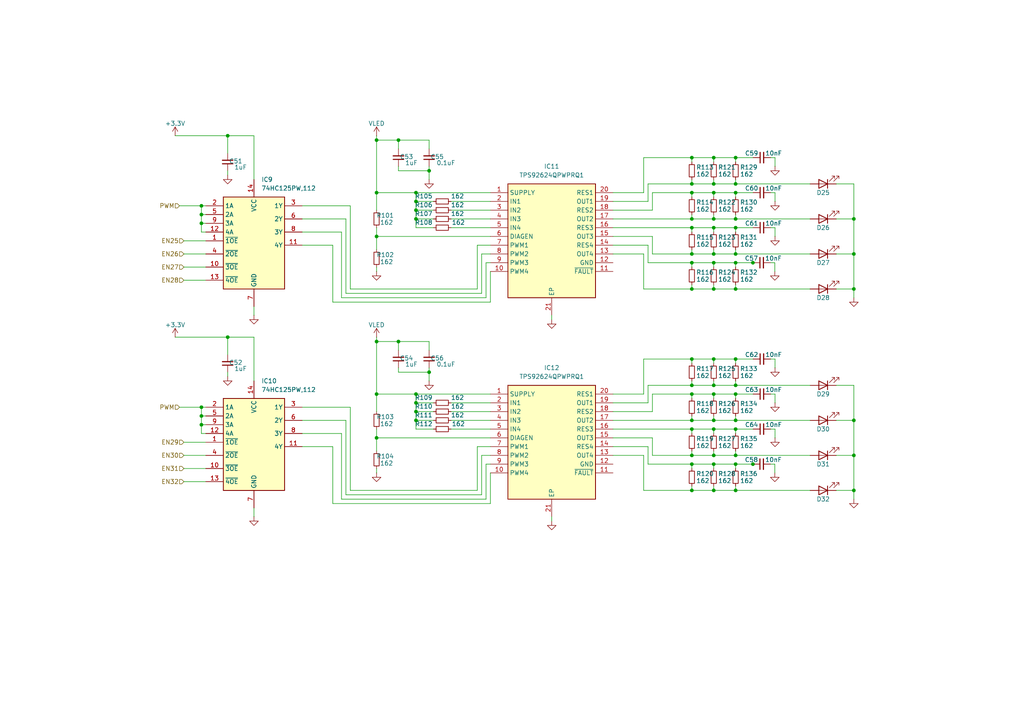
<source format=kicad_sch>
(kicad_sch (version 20250114) (generator "eeschema") (generator_version "9.0")
  (paper "A4")
  (lib_symbols
    (symbol "Device:C_Small" (pin_numbers (hide yes)) (pin_names (offset 0.254) (hide yes))
      (property "Reference" "C" (at 0.254 1.778 0))
      (property "Value" "C_Small" (at 0.254 -2.032 0))
      (symbol "C_Small_0_1"
        (polyline (pts (xy -1.524 0.508) (xy 1.524 0.508)) (stroke (width 0.3048)))
        (polyline (pts (xy -1.524 -0.508) (xy 1.524 -0.508)) (stroke (width 0.3302)))
      )
      (symbol "C_Small_1_1"
        (pin passive line (at 0 2.54 270) (length 2.032) (name "~") (number "1"))
        (pin passive line (at 0 -2.54 90) (length 2.032) (name "~") (number "2"))
      )
    )
    (symbol "Device:R_Small" (pin_numbers (hide yes)) (pin_names (offset 0.254) (hide yes))
      (property "Reference" "R" (at 0 0 90))
      (property "Value" "R_Small" (at 1.778 0 90))
      (symbol "R_Small_0_1"
        (rectangle (start -0.762 1.778) (end 0.762 -1.778) (stroke (width 0.2032)))
      )
      (symbol "R_Small_1_1"
        (pin passive line (at 0 2.54 270) (length 0.762) (name "~") (number "1"))
        (pin passive line (at 0 -2.54 90) (length 0.762) (name "~") (number "2"))
      )
    )
    (symbol "Library:74HC125PW,112"
      (property "Reference" "IC" (at 24.13 7.62 0))
      (property "Value" "74HC125PW,112" (at 24.13 5.08 0))
      (symbol "74HC125PW,112_1_1"
        (rectangle (start 5.08 2.54) (end 22.86 -24.13) (stroke (width 0.254)) (fill (type background)))
        (pin passive line (at 0 0 0) (length 5.08) (name "1A") (number "2"))
        (pin passive line (at 0 -2.54 0) (length 5.08) (name "2A") (number "5"))
        (pin passive line (at 0 -5.08 0) (length 5.08) (name "3A") (number "9"))
        (pin passive line (at 0 -7.62 0) (length 5.08) (name "4A") (number "12"))
        (pin passive line (at 0 -10.16 0) (length 5.08) (name "~{1OE}") (number "1"))
        (pin passive line (at 0 -13.97 0) (length 5.08) (name "~{2OE}") (number "4"))
        (pin passive line (at 0 -17.78 0) (length 5.08) (name "~{3OE}") (number "10"))
        (pin passive line (at 0 -21.59 0) (length 5.08) (name "~{4OE}") (number "13"))
        (pin passive line (at 13.97 7.62 270) (length 5.08) (name "VCC") (number "14"))
        (pin passive line (at 13.97 -29.21 90) (length 5.08) (name "GND") (number "7"))
        (pin passive line (at 27.94 0 180) (length 5.08) (name "1Y") (number "3"))
        (pin passive line (at 27.94 -3.81 180) (length 5.08) (name "2Y") (number "6"))
        (pin passive line (at 27.94 -7.62 180) (length 5.08) (name "3Y") (number "8"))
        (pin passive line (at 27.94 -11.43 180) (length 5.08) (name "4Y") (number "11"))
      )
    )
    (symbol "Library:LED" (pin_numbers (hide yes)) (pin_names (offset 1.016) (hide yes))
      (property "Reference" "D1" (at -1.5875 6.35 0))
      (property "Value" "LED" (at -1.5875 3.81 0))
      (symbol "LED_0_1"
        (polyline (pts (xy -3.048 -0.762) (xy -4.572 -2.286) (xy -3.81 -2.286) (xy -4.572 -2.286) (xy -4.572 -1.524)))
        (polyline (pts (xy -1.778 -0.762) (xy -3.302 -2.286) (xy -2.54 -2.286) (xy -3.302 -2.286) (xy -3.302 -1.524)))
        (polyline (pts (xy -1.27 0) (xy 1.27 0)))
        (polyline (pts (xy -1.27 -1.27) (xy -1.27 1.27)) (stroke (width 0.254)))
        (polyline (pts (xy 1.27 -1.27) (xy 1.27 1.27) (xy -1.27 0) (xy 1.27 -1.27)) (stroke (width 0.254)))
      )
      (symbol "LED_1_1"
        (pin passive line (at -3.81 0 0) (length 2.54) (name "K") (number "1"))
        (pin passive line (at -3.81 0 0) (length 2.54) (name "K") (number "2"))
        (pin passive line (at 3.81 0 180) (length 2.54) (name "A") (number "3"))
        (pin passive line (at 3.81 0 180) (length 2.54) (name "A") (number "4"))
      )
    )
    (symbol "Library:TPS92624QPWPRQ1"
      (property "Reference" "IC" (at 31.75 7.62 0))
      (property "Value" "TPS92624QPWPRQ1" (at 31.75 5.08 0))
      (symbol "TPS92624QPWPRQ1_1_1"
        (rectangle (start 5.08 2.54) (end 30.48 -30.48) (stroke (width 0.254)) (fill (type background)))
        (pin passive line (at 0 0 0) (length 5.08) (name "SUPPLY") (number "1"))
        (pin passive line (at 0 -2.54 0) (length 5.08) (name "IN1") (number "2"))
        (pin passive line (at 0 -5.08 0) (length 5.08) (name "IN2") (number "3"))
        (pin passive line (at 0 -7.62 0) (length 5.08) (name "IN3") (number "4"))
        (pin passive line (at 0 -10.16 0) (length 5.08) (name "IN4") (number "5"))
        (pin passive line (at 0 -12.7 0) (length 5.08) (name "DIAGEN") (number "6"))
        (pin passive line (at 0 -15.24 0) (length 5.08) (name "PWM1") (number "7"))
        (pin passive line (at 0 -17.78 0) (length 5.08) (name "PWM2") (number "8"))
        (pin passive line (at 0 -20.32 0) (length 5.08) (name "PWM3") (number "9"))
        (pin passive line (at 0 -22.86 0) (length 5.08) (name "PWM4") (number "10"))
        (pin passive line (at 17.78 -35.56 90) (length 5.08) (name "EP") (number "21"))
        (pin passive line (at 35.56 0 180) (length 5.08) (name "RES1") (number "20"))
        (pin passive line (at 35.56 -2.54 180) (length 5.08) (name "OUT1") (number "19"))
        (pin passive line (at 35.56 -5.08 180) (length 5.08) (name "RES2") (number "18"))
        (pin passive line (at 35.56 -7.62 180) (length 5.08) (name "OUT2") (number "17"))
        (pin passive line (at 35.56 -10.16 180) (length 5.08) (name "RES3") (number "16"))
        (pin passive line (at 35.56 -12.7 180) (length 5.08) (name "OUT3") (number "15"))
        (pin passive line (at 35.56 -15.24 180) (length 5.08) (name "RES4") (number "14"))
        (pin passive line (at 35.56 -17.78 180) (length 5.08) (name "OUT4") (number "13"))
        (pin passive line (at 35.56 -20.32 180) (length 5.08) (name "GND") (number "12"))
        (pin passive line (at 35.56 -22.86 180) (length 5.08) (name "~{FAULT}") (number "11"))
      )
    )
    (symbol "power:+3.3V" (power) (pin_numbers (hide yes)) (pin_names (offset 0) (hide yes))
      (property "Value" "+3.3V" (at 0 3.556 0))
      (symbol "+3.3V_0_1"
        (polyline (pts (xy -0.762 1.27) (xy 0 2.54)))
        (polyline (pts (xy 0 2.54) (xy 0.762 1.27)))
        (polyline (pts (xy 0 0) (xy 0 2.54)))
      )
      (symbol "+3.3V_1_1"
        (pin power_in line (at 0 0 90) (length 0) (name "~") (number "1"))
      )
    )
    (symbol "power:GND" (power) (pin_numbers (hide yes)) (pin_names (offset 0) (hide yes))
      (property "Value" "GND" (at 0 -3.81 0))
      (symbol "GND_0_1"
        (polyline (pts (xy 0 0) (xy 0 -1.27) (xy 1.27 -1.27) (xy 0 -2.54) (xy -1.27 -1.27) (xy 0 -1.27)))
      )
      (symbol "GND_1_1"
        (pin power_in line (at 0 0 270) (length 0) (name "~") (number "1"))
      )
    )
  )
  (junction (at 207.01 132.08))
  (junction (at 213.36 142.24))
  (junction (at 120.65 119.38))
  (junction (at 200.66 63.5))
  (junction (at 207.01 45.72))
  (junction (at 207.01 66.04))
  (junction (at 109.22 55.88))
  (junction (at 58.42 64.77))
  (junction (at 207.01 55.88))
  (junction (at 207.01 83.82))
  (junction (at 207.01 53.34))
  (junction (at 109.22 99.06))
  (junction (at 213.36 114.3))
  (junction (at 58.42 59.69))
  (junction (at 213.36 76.2))
  (junction (at 207.01 134.62))
  (junction (at 200.66 142.24))
  (junction (at 247.65 142.24))
  (junction (at 247.65 132.08))
  (junction (at 200.66 83.82))
  (junction (at 58.42 123.19))
  (junction (at 124.46 107.95))
  (junction (at 207.01 114.3))
  (junction (at 207.01 121.92))
  (junction (at 58.42 118.11))
  (junction (at 213.36 73.66))
  (junction (at 58.42 120.65))
  (junction (at 207.01 73.66))
  (junction (at 200.66 104.14))
  (junction (at 213.36 104.14))
  (junction (at 247.65 83.82))
  (junction (at 124.46 49.53))
  (junction (at 120.65 116.84))
  (junction (at 200.66 132.08))
  (junction (at 120.65 60.96))
  (junction (at 200.66 76.2))
  (junction (at 66.04 97.79))
  (junction (at 200.66 124.46))
  (junction (at 247.65 63.5))
  (junction (at 200.66 111.76))
  (junction (at 58.42 62.23))
  (junction (at 213.36 132.08))
  (junction (at 213.36 83.82))
  (junction (at 247.65 121.92))
  (junction (at 109.22 68.58))
  (junction (at 120.65 63.5))
  (junction (at 115.57 99.06))
  (junction (at 218.3774 76.2))
  (junction (at 120.65 58.42))
  (junction (at 213.36 45.72))
  (junction (at 200.66 114.3))
  (junction (at 207.01 63.5))
  (junction (at 247.65 73.66))
  (junction (at 66.04 39.37))
  (junction (at 200.66 45.72))
  (junction (at 120.65 114.3))
  (junction (at 207.01 76.2))
  (junction (at 109.22 40.64))
  (junction (at 207.01 111.76))
  (junction (at 109.22 114.3))
  (junction (at 200.66 121.92))
  (junction (at 120.65 121.92))
  (junction (at 207.01 142.24))
  (junction (at 200.66 66.04))
  (junction (at 200.66 55.88))
  (junction (at 207.01 104.14))
  (junction (at 207.01 124.46))
  (junction (at 218.3774 134.62))
  (junction (at 213.36 63.5))
  (junction (at 213.36 66.04))
  (junction (at 200.66 53.34))
  (junction (at 200.66 134.62))
  (junction (at 109.22 127))
  (junction (at 213.36 121.92))
  (junction (at 200.66 73.66))
  (junction (at 213.36 134.62))
  (junction (at 213.36 55.88))
  (junction (at 115.57 40.64))
  (junction (at 213.36 111.76))
  (junction (at 120.65 55.88))
  (junction (at 213.36 124.46))
  (junction (at 213.36 53.34))
  (wire (pts (xy 125.73 119.38) (xy 120.65 119.38)))
  (wire (pts (xy 200.66 76.2) (xy 207.01 76.2)))
  (wire (pts (xy 187.96 111.76) (xy 200.66 111.76)))
  (wire (pts (xy 200.66 45.72) (xy 207.01 45.72)))
  (wire (pts (xy 213.36 124.46) (xy 213.36 125.73)))
  (wire (pts (xy 177.8 71.12) (xy 187.96 71.12)))
  (wire (pts (xy 247.65 111.76) (xy 247.65 121.92)))
  (wire (pts (xy 213.36 111.76) (xy 234.95 111.76)))
  (wire (pts (xy 120.65 121.92) (xy 120.65 124.46)))
  (wire (pts (xy 213.36 66.04) (xy 213.36 67.31)))
  (wire (pts (xy 200.66 114.3) (xy 207.01 114.3)))
  (wire (pts (xy 138.43 83.82) (xy 138.43 71.12)))
  (wire (pts (xy 115.57 99.06) (xy 124.46 99.06)))
  (wire (pts (xy 177.8 58.42) (xy 187.96 58.42)))
  (wire (pts (xy 130.81 124.46) (xy 142.24 124.46)))
  (wire (pts (xy 100.33 143.51) (xy 139.7 143.51)))
  (wire (pts (xy 213.36 83.82) (xy 213.36 82.55)))
  (wire (pts (xy 177.8 124.46) (xy 200.66 124.46)))
  (wire (pts (xy 120.65 58.42) (xy 120.65 60.96)))
  (wire (pts (xy 207.01 63.5) (xy 207.01 62.23)))
  (wire (pts (xy 109.22 68.58) (xy 142.24 68.58)))
  (wire (pts (xy 53.34 73.66) (xy 59.69 73.66)))
  (wire (pts (xy 207.01 104.14) (xy 207.01 105.41)))
  (wire (pts (xy 58.42 125.73) (xy 58.42 123.19)))
  (wire (pts (xy 213.36 55.88) (xy 213.36 57.15)))
  (wire (pts (xy 177.8 60.96) (xy 189.23 60.96)))
  (wire (pts (xy 96.52 129.54) (xy 96.52 146.05)))
  (wire (pts (xy 207.01 124.46) (xy 213.36 124.46)))
  (wire (pts (xy 247.65 63.5) (xy 247.65 73.66)))
  (wire (pts (xy 247.65 142.24) (xy 242.57 142.24)))
  (wire (pts (xy 58.42 123.19) (xy 59.69 123.19)))
  (wire (pts (xy 207.01 73.66) (xy 213.36 73.66)))
  (wire (pts (xy 207.01 111.76) (xy 213.36 111.76)))
  (wire (pts (xy 58.42 120.65) (xy 58.42 118.11)))
  (wire (pts (xy 142.24 146.05) (xy 142.24 137.16)))
  (wire (pts (xy 120.65 114.3) (xy 142.24 114.3)))
  (wire (pts (xy 200.66 134.62) (xy 200.66 135.89)))
  (wire (pts (xy 247.65 121.92) (xy 247.65 132.08)))
  (wire (pts (xy 160.02 149.86) (xy 160.02 151.13)))
  (wire (pts (xy 213.36 124.46) (xy 218.44 124.46)))
  (wire (pts (xy 177.8 119.38) (xy 189.23 119.38)))
  (wire (pts (xy 120.65 63.5) (xy 120.65 66.04)))
  (wire (pts (xy 218.3774 134.62) (xy 218.44 134.62)))
  (wire (pts (xy 87.63 121.92) (xy 100.33 121.92)))
  (wire (pts (xy 120.65 55.88) (xy 142.24 55.88)))
  (wire (pts (xy 66.04 97.79) (xy 73.66 97.79)))
  (wire (pts (xy 200.66 73.66) (xy 207.01 73.66)))
  (wire (pts (xy 213.36 132.08) (xy 213.36 130.81)))
  (wire (pts (xy 242.57 132.08) (xy 247.65 132.08)))
  (wire (pts (xy 189.23 119.38) (xy 189.23 114.3)))
  (wire (pts (xy 247.65 83.82) (xy 242.57 83.82)))
  (wire (pts (xy 138.43 129.54) (xy 142.24 129.54)))
  (wire (pts (xy 99.06 86.36) (xy 99.06 67.31)))
  (wire (pts (xy 58.42 62.23) (xy 59.69 62.23)))
  (wire (pts (xy 109.22 114.3) (xy 109.22 119.38)))
  (wire (pts (xy 109.22 114.3) (xy 120.65 114.3)))
  (wire (pts (xy 96.52 146.05) (xy 142.24 146.05)))
  (wire (pts (xy 115.57 40.64) (xy 115.57 43.18)))
  (wire (pts (xy 53.34 135.89) (xy 59.69 135.89)))
  (wire (pts (xy 66.04 39.37) (xy 73.66 39.37)))
  (wire (pts (xy 207.01 114.3) (xy 207.01 115.57)))
  (wire (pts (xy 142.24 87.63) (xy 142.24 78.74)))
  (wire (pts (xy 125.73 60.96) (xy 120.65 60.96)))
  (wire (pts (xy 247.65 83.82) (xy 247.65 86.36)))
  (wire (pts (xy 186.69 83.82) (xy 200.66 83.82)))
  (wire (pts (xy 53.34 132.08) (xy 59.69 132.08)))
  (wire (pts (xy 130.81 63.5) (xy 142.24 63.5)))
  (wire (pts (xy 177.8 121.92) (xy 200.66 121.92)))
  (wire (pts (xy 207.01 66.04) (xy 213.36 66.04)))
  (wire (pts (xy 177.8 114.3) (xy 186.69 114.3)))
  (wire (pts (xy 213.36 111.76) (xy 213.36 110.49)))
  (wire (pts (xy 177.8 66.04) (xy 200.66 66.04)))
  (wire (pts (xy 125.73 124.46) (xy 120.65 124.46)))
  (wire (pts (xy 200.66 63.5) (xy 200.66 62.23)))
  (wire (pts (xy 101.6 118.11) (xy 101.6 142.24)))
  (wire (pts (xy 96.52 71.12) (xy 96.52 87.63)))
  (wire (pts (xy 213.36 45.72) (xy 213.36 46.99)))
  (wire (pts (xy 200.66 66.04) (xy 200.66 67.31)))
  (wire (pts (xy 109.22 127) (xy 109.22 124.46)))
  (wire (pts (xy 242.57 111.76) (xy 247.65 111.76)))
  (wire (pts (xy 120.65 116.84) (xy 125.73 116.84)))
  (wire (pts (xy 200.66 132.08) (xy 207.01 132.08)))
  (wire (pts (xy 207.01 134.62) (xy 207.01 135.89)))
  (wire (pts (xy 101.6 142.24) (xy 138.43 142.24)))
  (wire (pts (xy 224.79 48.26) (xy 224.79 45.72)))
  (wire (pts (xy 186.69 73.66) (xy 186.69 83.82)))
  (wire (pts (xy 224.79 66.04) (xy 223.52 66.04)))
  (wire (pts (xy 87.63 129.54) (xy 96.52 129.54)))
  (wire (pts (xy 100.33 85.09) (xy 139.7 85.09)))
  (wire (pts (xy 120.65 58.42) (xy 120.65 55.88)))
  (wire (pts (xy 177.8 127) (xy 189.23 127)))
  (wire (pts (xy 200.66 104.14) (xy 200.66 105.41)))
  (wire (pts (xy 207.01 121.92) (xy 213.36 121.92)))
  (wire (pts (xy 200.66 114.3) (xy 200.66 115.57)))
  (wire (pts (xy 130.81 58.42) (xy 142.24 58.42)))
  (wire (pts (xy 130.81 121.92) (xy 142.24 121.92)))
  (wire (pts (xy 187.96 53.34) (xy 200.66 53.34)))
  (wire (pts (xy 189.23 55.88) (xy 200.66 55.88)))
  (wire (pts (xy 53.34 81.28) (xy 59.69 81.28)))
  (wire (pts (xy 99.06 144.78) (xy 99.06 125.73)))
  (wire (pts (xy 213.36 142.24) (xy 234.95 142.24)))
  (wire (pts (xy 52.07 59.69) (xy 58.42 59.69)))
  (wire (pts (xy 139.7 85.09) (xy 139.7 73.66)))
  (wire (pts (xy 58.42 64.77) (xy 58.42 62.23)))
  (wire (pts (xy 99.06 125.73) (xy 87.63 125.73)))
  (wire (pts (xy 207.01 45.72) (xy 213.36 45.72)))
  (wire (pts (xy 109.22 55.88) (xy 120.65 55.88)))
  (wire (pts (xy 120.65 119.38) (xy 120.65 121.92)))
  (wire (pts (xy 109.22 40.64) (xy 109.22 55.88)))
  (wire (pts (xy 186.69 104.14) (xy 200.66 104.14)))
  (wire (pts (xy 109.22 99.06) (xy 115.57 99.06)))
  (wire (pts (xy 115.57 48.26) (xy 115.57 49.53)))
  (wire (pts (xy 139.7 73.66) (xy 142.24 73.66)))
  (wire (pts (xy 177.8 116.84) (xy 187.96 116.84)))
  (wire (pts (xy 200.66 83.82) (xy 200.66 82.55)))
  (wire (pts (xy 109.22 130.81) (xy 109.22 127)))
  (wire (pts (xy 124.46 49.53) (xy 124.46 48.26)))
  (wire (pts (xy 109.22 97.79) (xy 109.22 99.06)))
  (wire (pts (xy 73.66 52.07) (xy 73.66 39.37)))
  (wire (pts (xy 125.73 66.04) (xy 120.65 66.04)))
  (wire (pts (xy 242.57 73.66) (xy 247.65 73.66)))
  (wire (pts (xy 139.7 132.08) (xy 142.24 132.08)))
  (wire (pts (xy 200.66 134.62) (xy 207.01 134.62)))
  (wire (pts (xy 186.69 132.08) (xy 186.69 142.24)))
  (wire (pts (xy 142.24 76.2) (xy 140.97 76.2)))
  (wire (pts (xy 200.66 45.72) (xy 200.66 46.99)))
  (wire (pts (xy 115.57 49.53) (xy 124.46 49.53)))
  (wire (pts (xy 177.8 63.5) (xy 200.66 63.5)))
  (wire (pts (xy 120.65 116.84) (xy 120.65 114.3)))
  (wire (pts (xy 53.34 77.47) (xy 59.69 77.47)))
  (wire (pts (xy 189.23 73.66) (xy 200.66 73.66)))
  (wire (pts (xy 207.01 55.88) (xy 207.01 57.15)))
  (wire (pts (xy 186.69 142.24) (xy 200.66 142.24)))
  (wire (pts (xy 213.36 83.82) (xy 234.95 83.82)))
  (wire (pts (xy 189.23 68.58) (xy 189.23 73.66)))
  (wire (pts (xy 138.43 71.12) (xy 142.24 71.12)))
  (wire (pts (xy 109.22 55.88) (xy 109.22 60.96)))
  (wire (pts (xy 213.36 134.62) (xy 218.3774 134.62)))
  (wire (pts (xy 115.57 40.64) (xy 124.46 40.64)))
  (wire (pts (xy 207.01 134.62) (xy 213.36 134.62)))
  (wire (pts (xy 247.65 73.66) (xy 247.65 83.82)))
  (wire (pts (xy 224.7274 134.62) (xy 223.4574 134.62)))
  (wire (pts (xy 213.36 104.14) (xy 218.44 104.14)))
  (wire (pts (xy 186.69 45.72) (xy 200.66 45.72)))
  (wire (pts (xy 96.52 87.63) (xy 142.24 87.63)))
  (wire (pts (xy 187.96 129.54) (xy 187.96 134.62)))
  (wire (pts (xy 124.46 99.06) (xy 124.46 101.6)))
  (wire (pts (xy 213.36 114.3) (xy 213.36 115.57)))
  (wire (pts (xy 53.34 139.7) (xy 59.69 139.7)))
  (wire (pts (xy 207.01 53.34) (xy 213.36 53.34)))
  (wire (pts (xy 213.36 53.34) (xy 213.36 52.07)))
  (wire (pts (xy 87.63 118.11) (xy 101.6 118.11)))
  (wire (pts (xy 177.8 129.54) (xy 187.96 129.54)))
  (wire (pts (xy 200.66 55.88) (xy 200.66 57.15)))
  (wire (pts (xy 140.97 134.62) (xy 140.97 144.78)))
  (wire (pts (xy 189.23 132.08) (xy 200.66 132.08)))
  (wire (pts (xy 200.66 76.2) (xy 200.66 77.47)))
  (wire (pts (xy 101.6 83.82) (xy 138.43 83.82)))
  (wire (pts (xy 115.57 106.68) (xy 115.57 107.95)))
  (wire (pts (xy 207.01 142.24) (xy 213.36 142.24)))
  (wire (pts (xy 130.81 116.84) (xy 142.24 116.84)))
  (wire (pts (xy 200.66 142.24) (xy 207.01 142.24)))
  (wire (pts (xy 58.42 64.77) (xy 59.69 64.77)))
  (wire (pts (xy 200.66 104.14) (xy 207.01 104.14)))
  (wire (pts (xy 224.7274 78.74) (xy 224.7274 76.2)))
  (wire (pts (xy 187.96 71.12) (xy 187.96 76.2)))
  (wire (pts (xy 140.97 144.78) (xy 99.06 144.78)))
  (wire (pts (xy 87.63 71.12) (xy 96.52 71.12)))
  (wire (pts (xy 101.6 59.69) (xy 101.6 83.82)))
  (wire (pts (xy 213.36 45.72) (xy 218.44 45.72)))
  (wire (pts (xy 109.22 39.37) (xy 109.22 40.64)))
  (wire (pts (xy 207.01 114.3) (xy 213.36 114.3)))
  (wire (pts (xy 177.8 73.66) (xy 186.69 73.66)))
  (wire (pts (xy 109.22 77.47) (xy 109.22 78.74)))
  (wire (pts (xy 87.63 63.5) (xy 100.33 63.5)))
  (wire (pts (xy 124.46 107.95) (xy 124.46 106.68)))
  (wire (pts (xy 187.96 76.2) (xy 200.66 76.2)))
  (wire (pts (xy 224.79 106.68) (xy 224.79 104.14)))
  (wire (pts (xy 224.79 55.88) (xy 223.52 55.88)))
  (wire (pts (xy 213.36 53.34) (xy 234.95 53.34)))
  (wire (pts (xy 189.23 114.3) (xy 200.66 114.3)))
  (wire (pts (xy 207.01 66.04) (xy 207.01 67.31)))
  (wire (pts (xy 200.66 111.76) (xy 200.66 110.49)))
  (wire (pts (xy 207.01 83.82) (xy 207.01 82.55)))
  (wire (pts (xy 177.8 132.08) (xy 186.69 132.08)))
  (wire (pts (xy 224.79 45.72) (xy 223.52 45.72)))
  (wire (pts (xy 213.36 73.66) (xy 234.95 73.66)))
  (wire (pts (xy 109.22 127) (xy 142.24 127)))
  (wire (pts (xy 207.01 124.46) (xy 207.01 125.73)))
  (wire (pts (xy 115.57 107.95) (xy 124.46 107.95)))
  (wire (pts (xy 242.57 121.92) (xy 247.65 121.92)))
  (wire (pts (xy 247.65 53.34) (xy 247.65 63.5)))
  (wire (pts (xy 213.36 121.92) (xy 213.36 120.65)))
  (wire (pts (xy 73.66 110.49) (xy 73.66 97.79)))
  (wire (pts (xy 187.96 58.42) (xy 187.96 53.34)))
  (wire (pts (xy 200.66 83.82) (xy 207.01 83.82)))
  (wire (pts (xy 224.7274 76.2) (xy 223.4574 76.2)))
  (wire (pts (xy 207.01 73.66) (xy 207.01 72.39)))
  (wire (pts (xy 139.7 143.51) (xy 139.7 132.08)))
  (wire (pts (xy 58.42 67.31) (xy 58.42 64.77)))
  (wire (pts (xy 187.96 116.84) (xy 187.96 111.76)))
  (wire (pts (xy 200.66 53.34) (xy 200.66 52.07)))
  (wire (pts (xy 130.81 119.38) (xy 142.24 119.38)))
  (wire (pts (xy 200.66 132.08) (xy 200.66 130.81)))
  (wire (pts (xy 207.01 104.14) (xy 213.36 104.14)))
  (wire (pts (xy 66.04 107.95) (xy 66.04 109.22)))
  (wire (pts (xy 213.36 66.04) (xy 218.44 66.04)))
  (wire (pts (xy 207.01 63.5) (xy 213.36 63.5)))
  (wire (pts (xy 53.34 128.27) (xy 59.69 128.27)))
  (wire (pts (xy 224.79 127) (xy 224.79 124.46)))
  (wire (pts (xy 73.66 88.9) (xy 73.66 91.44)))
  (wire (pts (xy 207.01 111.76) (xy 207.01 110.49)))
  (wire (pts (xy 125.73 121.92) (xy 120.65 121.92)))
  (wire (pts (xy 58.42 62.23) (xy 58.42 59.69)))
  (wire (pts (xy 138.43 142.24) (xy 138.43 129.54)))
  (wire (pts (xy 200.66 73.66) (xy 200.66 72.39)))
  (wire (pts (xy 207.01 53.34) (xy 207.01 52.07)))
  (wire (pts (xy 50.8 97.79) (xy 66.04 97.79)))
  (wire (pts (xy 58.42 120.65) (xy 59.69 120.65)))
  (wire (pts (xy 73.66 147.32) (xy 73.66 149.86)))
  (wire (pts (xy 200.66 53.34) (xy 207.01 53.34)))
  (wire (pts (xy 186.69 114.3) (xy 186.69 104.14)))
  (wire (pts (xy 224.79 104.14) (xy 223.52 104.14)))
  (wire (pts (xy 207.01 76.2) (xy 213.36 76.2)))
  (wire (pts (xy 224.79 68.58) (xy 224.79 66.04)))
  (wire (pts (xy 200.66 121.92) (xy 200.66 120.65)))
  (wire (pts (xy 207.01 142.24) (xy 207.01 140.97)))
  (wire (pts (xy 140.97 76.2) (xy 140.97 86.36)))
  (wire (pts (xy 100.33 121.92) (xy 100.33 143.51)))
  (wire (pts (xy 52.07 118.11) (xy 58.42 118.11)))
  (wire (pts (xy 125.73 63.5) (xy 120.65 63.5)))
  (wire (pts (xy 224.79 58.42) (xy 224.79 55.88)))
  (wire (pts (xy 115.57 99.06) (xy 115.57 101.6)))
  (wire (pts (xy 247.65 132.08) (xy 247.65 142.24)))
  (wire (pts (xy 207.01 45.72) (xy 207.01 46.99)))
  (wire (pts (xy 66.04 49.53) (xy 66.04 50.8)))
  (wire (pts (xy 109.22 40.64) (xy 115.57 40.64)))
  (wire (pts (xy 224.7274 137.16) (xy 224.7274 134.62)))
  (wire (pts (xy 213.36 114.3) (xy 218.44 114.3)))
  (wire (pts (xy 66.04 97.79) (xy 66.04 102.87)))
  (wire (pts (xy 200.66 142.24) (xy 200.66 140.97)))
  (wire (pts (xy 213.36 76.2) (xy 213.36 77.47)))
  (wire (pts (xy 59.69 67.31) (xy 58.42 67.31)))
  (wire (pts (xy 58.42 118.11) (xy 59.69 118.11)))
  (wire (pts (xy 200.66 63.5) (xy 207.01 63.5)))
  (wire (pts (xy 177.8 68.58) (xy 189.23 68.58)))
  (wire (pts (xy 189.23 127) (xy 189.23 132.08)))
  (wire (pts (xy 200.66 121.92) (xy 207.01 121.92)))
  (wire (pts (xy 130.81 66.04) (xy 142.24 66.04)))
  (wire (pts (xy 247.65 142.24) (xy 247.65 144.78)))
  (wire (pts (xy 207.01 55.88) (xy 213.36 55.88)))
  (wire (pts (xy 200.66 111.76) (xy 207.01 111.76)))
  (wire (pts (xy 160.02 91.44) (xy 160.02 92.71)))
  (wire (pts (xy 213.36 63.5) (xy 213.36 62.23)))
  (wire (pts (xy 66.04 39.37) (xy 66.04 44.45)))
  (wire (pts (xy 207.01 76.2) (xy 207.01 77.47)))
  (wire (pts (xy 87.63 59.69) (xy 101.6 59.69)))
  (wire (pts (xy 200.66 55.88) (xy 207.01 55.88)))
  (wire (pts (xy 218.3774 76.2) (xy 218.44 76.2)))
  (wire (pts (xy 50.8 39.37) (xy 66.04 39.37)))
  (wire (pts (xy 58.42 123.19) (xy 58.42 120.65)))
  (wire (pts (xy 200.66 124.46) (xy 200.66 125.73)))
  (wire (pts (xy 213.36 104.14) (xy 213.36 105.41)))
  (wire (pts (xy 59.69 125.73) (xy 58.42 125.73)))
  (wire (pts (xy 99.06 67.31) (xy 87.63 67.31)))
  (wire (pts (xy 124.46 107.95) (xy 124.46 110.49)))
  (wire (pts (xy 130.81 60.96) (xy 142.24 60.96)))
  (wire (pts (xy 120.65 116.84) (xy 120.65 119.38)))
  (wire (pts (xy 120.65 58.42) (xy 125.73 58.42)))
  (wire (pts (xy 120.65 60.96) (xy 120.65 63.5)))
  (wire (pts (xy 53.34 69.85) (xy 59.69 69.85)))
  (wire (pts (xy 224.79 116.84) (xy 224.79 114.3)))
  (wire (pts (xy 200.66 124.46) (xy 207.01 124.46)))
  (wire (pts (xy 213.36 73.66) (xy 213.36 72.39)))
  (wire (pts (xy 207.01 121.92) (xy 207.01 120.65)))
  (wire (pts (xy 213.36 134.62) (xy 213.36 135.89)))
  (wire (pts (xy 213.36 132.08) (xy 234.95 132.08)))
  (wire (pts (xy 242.57 53.34) (xy 247.65 53.34)))
  (wire (pts (xy 213.36 55.88) (xy 218.44 55.88)))
  (wire (pts (xy 142.24 134.62) (xy 140.97 134.62)))
  (wire (pts (xy 224.79 124.46) (xy 223.52 124.46)))
  (wire (pts (xy 207.01 132.08) (xy 213.36 132.08)))
  (wire (pts (xy 109.22 68.58) (xy 109.22 66.04)))
  (wire (pts (xy 177.8 55.88) (xy 186.69 55.88)))
  (wire (pts (xy 109.22 135.89) (xy 109.22 137.16)))
  (wire (pts (xy 213.36 142.24) (xy 213.36 140.97)))
  (wire (pts (xy 189.23 60.96) (xy 189.23 55.88)))
  (wire (pts (xy 58.42 59.69) (xy 59.69 59.69)))
  (wire (pts (xy 186.69 55.88) (xy 186.69 45.72)))
  (wire (pts (xy 242.57 63.5) (xy 247.65 63.5)))
  (wire (pts (xy 109.22 72.39) (xy 109.22 68.58)))
  (wire (pts (xy 224.79 114.3) (xy 223.52 114.3)))
  (wire (pts (xy 100.33 63.5) (xy 100.33 85.09)))
  (wire (pts (xy 109.22 99.06) (xy 109.22 114.3)))
  (wire (pts (xy 213.36 63.5) (xy 234.95 63.5)))
  (wire (pts (xy 124.46 49.53) (xy 124.46 52.07)))
  (wire (pts (xy 207.01 83.82) (xy 213.36 83.82)))
  (wire (pts (xy 213.36 76.2) (xy 218.3774 76.2)))
  (wire (pts (xy 207.01 132.08) (xy 207.01 130.81)))
  (wire (pts (xy 187.96 134.62) (xy 200.66 134.62)))
  (wire (pts (xy 140.97 86.36) (xy 99.06 86.36)))
  (wire (pts (xy 213.36 121.92) (xy 234.95 121.92)))
  (wire (pts (xy 124.46 40.64) (xy 124.46 43.18)))
  (wire (pts (xy 200.66 66.04) (xy 207.01 66.04)))
  (hierarchical_label "EN27" (shape input) (at 53.34 77.47 180))
  (hierarchical_label "PWM" (shape input) (at 52.07 59.69 180))
  (hierarchical_label "EN31" (shape input) (at 53.34 135.89 180))
  (hierarchical_label "EN29" (shape input) (at 53.34 128.27 180))
  (hierarchical_label "EN30" (shape input) (at 53.34 132.08 180))
  (hierarchical_label "PWM" (shape input) (at 52.07 118.11 180))
  (hierarchical_label "EN28" (shape input) (at 53.34 81.28 180))
  (hierarchical_label "EN32" (shape input) (at 53.34 139.7 180))
  (hierarchical_label "EN26" (shape input) (at 53.34 73.66 180))
  (hierarchical_label "EN25" (shape input) (at 53.34 69.85 180))
  (symbol (lib_id "Device:R_Small") (at 109.22 121.92 180) (unit 1)
    (property "Reference" "R103" (at 114.3 120.904 0) (effects (justify left)))
    (property "Value" "162" (at 114.046 122.936 0) (effects (justify left)))
    (property "Description" "Resistor, small symbol" (effects (hide yes)))
  )
  (symbol (lib_id "Device:R_Small") (at 200.66 69.85 0) (unit 1)
    (property "Reference" "R115" (at 201.93 68.834 0) (effects (justify left)))
    (property "Value" "162" (at 201.93 70.866 0) (effects (justify left)))
    (property "Description" "Resistor, small symbol" (effects (hide yes)))
  )
  (symbol (lib_id "power:GND") (at 66.04 109.22 0) (unit 1)
    (property "Reference" "#PWR0198" (effects (hide yes)))
    (property "Value" "GND" (effects (hide yes)))
    (property "Description" "Power symbol creates a global label with name \"GND\" , ground" (effects (hide yes)))
  )
  (symbol (lib_id "power:GND") (at 224.79 127 0) (unit 1)
    (property "Reference" "#PWR0204" (effects (hide yes)))
    (property "Value" "GND" (effects (hide yes)))
    (property "Description" "Power symbol creates a global label with name \"GND\" , ground" (effects (hide yes)))
  )
  (symbol (lib_id "power:GND") (at 109.22 137.16 0) (unit 1)
    (property "Reference" "#PWR0194" (effects (hide yes)))
    (property "Value" "GND" (effects (hide yes)))
    (property "Description" "Power symbol creates a global label with name \"GND\" , ground" (effects (hide yes)))
  )
  (symbol (lib_id "Device:R_Small") (at 207.01 138.43 0) (unit 1)
    (property "Reference" "R128" (at 208.28 137.414 0) (effects (justify left)))
    (property "Value" "162" (at 208.28 139.446 0) (effects (justify left)))
    (property "Description" "Resistor, small symbol" (effects (hide yes)))
  )
  (symbol (lib_id "power:+3.3V") (at 50.8 39.37 0) (unit 1)
    (property "Reference" "#PWR0199" (effects (hide yes)))
    (property "Value" "+3.3V" (at 50.8 35.814 0))
    (property "Description" "Power symbol creates a global label with name \"+3.3V\"" (effects (hide yes)))
  )
  (symbol (lib_id "Library:TPS92624QPWPRQ1") (at 142.24 114.3 0) (unit 1)
    (property "Reference" "IC12" (at 160.02 106.68 0))
    (property "Value" "TPS92624QPWPRQ1" (at 160.02 109.22 0))
    (property "Footprint" "Library:SOP65P640X120-21N" (effects (hide yes)))
    (property "Datasheet" "https://www.ti.com/lit/ds/symlink/tps92624-q1.pdf?ts=1694767333380&ref_url=https%253A%252F%252Fwww.ti.com%252Fproduct%252FTPS92624-Q1%252Fpart-details%252FTPS92624QPWPRQ1%253Futm_source%253Dgoogle%2526utm_medium%253Dcpc%2526utm_campaign%253Docb-tistore-pr" (effects (hide yes)))
    (property "Description" "TPS92624-Q1 Four-Channel, Automotive High Side LED Driver with Thermal Sharing Control" (effects (hide yes)))
    (property "Height" "1.2" (effects (hide yes)))
    (property "Manufacturer_Name" "Texas Instruments" (effects (hide yes)))
    (property "Manufacturer_Part_Number" "TPS92624QPWPRQ1" (effects (hide yes)))
    (property "Mouser Part Number" "595-TPS92624QPWPRQ1" (effects (hide yes)))
    (property "Mouser Price/Stock" "https://www.mouser.co.uk/ProductDetail/Texas-Instruments/TPS92624QPWPRQ1?qs=t7xnP681wgUaZydy8rdCYA%3D%3D" (effects (hide yes)))
    (property "Arrow Part Number" "TPS92624QPWPRQ1" (effects (hide yes)))
    (property "Arrow Price/Stock" "https://www.arrow.com/en/products/tps92624qpwprq1/texas-instruments?utm_currency=USD&region=nac" (effects (hide yes)))
  )
  (symbol (lib_id "Device:R_Small") (at 128.27 63.5 90) (unit 1)
    (property "Reference" "R107" (at 125.476 61.976 90) (effects (justify left)))
    (property "Value" "162" (at 134.62 61.976 90) (effects (justify left)))
    (property "Description" "Resistor, small symbol" (effects (hide yes)))
  )
  (symbol (lib_id "Library:74HC125PW,112") (at 59.69 118.11 0) (unit 1)
    (property "Reference" "IC10" (at 75.8033 110.49 0) (effects (justify left)))
    (property "Value" "74HC125PW,112" (at 75.8033 113.03 0) (effects (justify left)))
    (property "Footprint" "Library:SOP65P640X110-14N" (effects (hide yes)))
    (property "Datasheet" "https://assets.nexperia.com/documents/data-sheet/74HC_HCT125.pdf" (effects (hide yes)))
    (property "Description" "74HC(T)125 - Quad buffer/line driver; 3-state@en-us" (effects (hide yes)))
    (property "Height" "1.1" (effects (hide yes)))
    (property "Manufacturer_Name" "Nexperia" (effects (hide yes)))
    (property "Manufacturer_Part_Number" "74HC125PW,112" (effects (hide yes)))
    (property "Mouser Part Number" "771-HC125PW112" (effects (hide yes)))
    (property "Mouser Price/Stock" "https://www.mouser.co.uk/ProductDetail/Nexperia/74HC125PW112?qs=P62ublwmbi%252BZ%2FJLwta676g%3D%3D" (effects (hide yes)))
    (property "Arrow Part Number" "74HC125PW,112" (effects (hide yes)))
    (property "Arrow Price/Stock" "https://www.arrow.com/en/products/74hc125pw112/nexperia?region=europe" (effects (hide yes)))
  )
  (symbol (lib_id "Device:R_Small") (at 109.22 74.93 180) (unit 1)
    (property "Reference" "R102" (at 114.3 73.914 0) (effects (justify left)))
    (property "Value" "162" (at 114.046 75.946 0) (effects (justify left)))
    (property "Description" "Resistor, small symbol" (effects (hide yes)))
  )
  (symbol (lib_id "Library:LED") (at 238.76 121.92 180) (unit 1)
    (property "Reference" "D30" (at 238.76 124.46 0))
    (property "Value" "LED" (effects (hide yes)))
    (property "Footprint" "Library:GWJTLRS1EMLVL5XX531" (effects (hide yes)))
    (property "Description" "Light emitting diode" (effects (hide yes)))
    (property "Sim.Pins" "1=K 2=A" (effects (hide yes)))
  )
  (symbol (lib_id "Library:LED") (at 238.76 83.82 180) (unit 1)
    (property "Reference" "D28" (at 238.76 86.36 0))
    (property "Value" "LED" (effects (hide yes)))
    (property "Footprint" "Library:GWJTLRS1EMLVL5XX531" (effects (hide yes)))
    (property "Description" "Light emitting diode" (effects (hide yes)))
    (property "Sim.Pins" "1=K 2=A" (effects (hide yes)))
  )
  (symbol (lib_id "Device:C_Small") (at 220.98 66.04 90) (unit 1)
    (property "Reference" "C61" (at 219.964 64.77 90) (effects (justify left)))
    (property "Value" "10nF" (at 226.822 64.77 90) (effects (justify left)))
    (property "Description" "Unpolarized capacitor, small symbol" (effects (hide yes)))
  )
  (symbol (lib_id "power:GND") (at 224.79 106.68 0) (unit 1)
    (property "Reference" "#PWR0182" (effects (hide yes)))
    (property "Value" "GND" (effects (hide yes)))
    (property "Description" "Power symbol creates a global label with name \"GND\" , ground" (effects (hide yes)))
  )
  (symbol (lib_id "Device:R_Small") (at 200.66 49.53 0) (unit 1)
    (property "Reference" "R113" (at 201.93 48.514 0) (effects (justify left)))
    (property "Value" "162" (at 201.93 50.546 0) (effects (justify left)))
    (property "Description" "Resistor, small symbol" (effects (hide yes)))
  )
  (symbol (lib_id "Device:C_Small") (at 220.98 114.3 90) (unit 1)
    (property "Reference" "C63" (at 219.964 113.03 90) (effects (justify left)))
    (property "Value" "10nF" (at 226.822 113.03 90) (effects (justify left)))
    (property "Description" "Unpolarized capacitor, small symbol" (effects (hide yes)))
  )
  (symbol (lib_id "power:GND") (at 247.65 86.36 0) (unit 1)
    (property "Reference" "#PWR0205" (effects (hide yes)))
    (property "Value" "GND" (effects (hide yes)))
    (property "Description" "Power symbol creates a global label with name \"GND\" , ground" (effects (hide yes)))
  )
  (symbol (lib_id "Device:C_Small") (at 220.9174 134.62 90) (unit 1)
    (property "Reference" "C58" (at 219.9014 133.35 90) (effects (justify left)))
    (property "Value" "10nF" (at 226.7594 133.35 90) (effects (justify left)))
    (property "Description" "Unpolarized capacitor, small symbol" (effects (hide yes)))
  )
  (symbol (lib_id "Library:LED") (at 238.76 63.5 180) (unit 1)
    (property "Reference" "D26" (at 238.76 66.04 0))
    (property "Value" "LED" (effects (hide yes)))
    (property "Footprint" "Library:GWJTLRS1EMLVL5XX531" (effects (hide yes)))
    (property "Description" "Light emitting diode" (effects (hide yes)))
    (property "Sim.Pins" "1=K 2=A" (effects (hide yes)))
  )
  (symbol (lib_id "power:GND") (at 109.22 78.74 0) (unit 1)
    (property "Reference" "#PWR0191" (effects (hide yes)))
    (property "Value" "GND" (effects (hide yes)))
    (property "Description" "Power symbol creates a global label with name \"GND\" , ground" (effects (hide yes)))
  )
  (symbol (lib_id "Device:R_Small") (at 213.36 69.85 0) (unit 1)
    (property "Reference" "R131" (at 214.63 68.834 0) (effects (justify left)))
    (property "Value" "162" (at 214.63 70.866 0) (effects (justify left)))
    (property "Description" "Resistor, small symbol" (effects (hide yes)))
  )
  (symbol (lib_id "Device:R_Small") (at 128.27 58.42 90) (unit 1)
    (property "Reference" "R105" (at 125.476 56.896 90) (effects (justify left)))
    (property "Value" "162" (at 134.62 56.896 90) (effects (justify left)))
    (property "Description" "Resistor, small symbol" (effects (hide yes)))
  )
  (symbol (lib_id "Device:C_Small") (at 66.04 46.99 180) (unit 1)
    (property "Reference" "C51" (at 70.358 46.736 0) (effects (justify left)))
    (property "Value" "1uF" (at 71.628 48.514 0) (effects (justify left)))
    (property "Description" "Unpolarized capacitor, small symbol" (effects (hide yes)))
  )
  (symbol (lib_id "Device:R_Small") (at 128.27 116.84 90) (unit 1)
    (property "Reference" "R109" (at 125.476 115.316 90) (effects (justify left)))
    (property "Value" "162" (at 134.62 115.316 90) (effects (justify left)))
    (property "Description" "Resistor, small symbol" (effects (hide yes)))
  )
  (symbol (lib_id "power:GND") (at 224.7274 137.16 0) (unit 1)
    (property "Reference" "#PWR0202" (effects (hide yes)))
    (property "Value" "GND" (effects (hide yes)))
    (property "Description" "Power symbol creates a global label with name \"GND\" , ground" (effects (hide yes)))
  )
  (symbol (lib_id "Device:C_Small") (at 220.98 45.72 90) (unit 1)
    (property "Reference" "C59" (at 219.964 44.45 90) (effects (justify left)))
    (property "Value" "10nF" (at 226.822 44.45 90) (effects (justify left)))
    (property "Description" "Unpolarized capacitor, small symbol" (effects (hide yes)))
  )
  (symbol (lib_id "Library:TPS92624QPWPRQ1") (at 142.24 55.88 0) (unit 1)
    (property "Reference" "IC11" (at 160.02 48.26 0))
    (property "Value" "TPS92624QPWPRQ1" (at 160.02 50.8 0))
    (property "Footprint" "Library:SOP65P640X120-21N" (effects (hide yes)))
    (property "Datasheet" "https://www.ti.com/lit/ds/symlink/tps92624-q1.pdf?ts=1694767333380&ref_url=https%253A%252F%252Fwww.ti.com%252Fproduct%252FTPS92624-Q1%252Fpart-details%252FTPS92624QPWPRQ1%253Futm_source%253Dgoogle%2526utm_medium%253Dcpc%2526utm_campaign%253Docb-tistore-pr" (effects (hide yes)))
    (property "Description" "TPS92624-Q1 Four-Channel, Automotive High Side LED Driver with Thermal Sharing Control" (effects (hide yes)))
    (property "Height" "1.2" (effects (hide yes)))
    (property "Manufacturer_Name" "Texas Instruments" (effects (hide yes)))
    (property "Manufacturer_Part_Number" "TPS92624QPWPRQ1" (effects (hide yes)))
    (property "Mouser Part Number" "595-TPS92624QPWPRQ1" (effects (hide yes)))
    (property "Mouser Price/Stock" "https://www.mouser.co.uk/ProductDetail/Texas-Instruments/TPS92624QPWPRQ1?qs=t7xnP681wgUaZydy8rdCYA%3D%3D" (effects (hide yes)))
    (property "Arrow Part Number" "TPS92624QPWPRQ1" (effects (hide yes)))
    (property "Arrow Price/Stock" "https://www.arrow.com/en/products/tps92624qpwprq1/texas-instruments?utm_currency=USD&region=nac" (effects (hide yes)))
  )
  (symbol (lib_id "power:GND") (at 224.79 68.58 0) (unit 1)
    (property "Reference" "#PWR0185" (effects (hide yes)))
    (property "Value" "GND" (effects (hide yes)))
    (property "Description" "Power symbol creates a global label with name \"GND\" , ground" (effects (hide yes)))
  )
  (symbol (lib_id "power:GND") (at 224.79 116.84 0) (unit 1)
    (property "Reference" "#PWR0183" (effects (hide yes)))
    (property "Value" "GND" (effects (hide yes)))
    (property "Description" "Power symbol creates a global label with name \"GND\" , ground" (effects (hide yes)))
  )
  (symbol (lib_id "power:+3.3V") (at 109.22 39.37 0) (unit 1)
    (property "Reference" "#PWR0192" (effects (hide yes)))
    (property "Value" "VLED" (at 109.22 35.814 0))
    (property "Description" "Power symbol creates a global label with name \"+3.3V\"" (effects (hide yes)))
  )
  (symbol (lib_id "Device:R_Small") (at 200.66 107.95 0) (unit 1)
    (property "Reference" "R117" (at 201.93 106.934 0) (effects (justify left)))
    (property "Value" "162" (at 201.93 108.966 0) (effects (justify left)))
    (property "Description" "Resistor, small symbol" (effects (hide yes)))
  )
  (symbol (lib_id "power:GND") (at 73.66 149.86 0) (unit 1)
    (property "Reference" "#PWR0196" (effects (hide yes)))
    (property "Value" "GND" (effects (hide yes)))
    (property "Description" "Power symbol creates a global label with name \"GND\" , ground" (effects (hide yes)))
  )
  (symbol (lib_id "Device:R_Small") (at 213.36 49.53 0) (unit 1)
    (property "Reference" "R129" (at 214.63 48.514 0) (effects (justify left)))
    (property "Value" "162" (at 214.63 50.546 0) (effects (justify left)))
    (property "Description" "Resistor, small symbol" (effects (hide yes)))
  )
  (symbol (lib_id "power:GND") (at 247.65 144.78 0) (unit 1)
    (property "Reference" "#PWR0203" (effects (hide yes)))
    (property "Value" "GND" (effects (hide yes)))
    (property "Description" "Power symbol creates a global label with name \"GND\" , ground" (effects (hide yes)))
  )
  (symbol (lib_id "Device:R_Small") (at 128.27 66.04 90) (unit 1)
    (property "Reference" "R108" (at 125.476 64.516 90) (effects (justify left)))
    (property "Value" "162" (at 134.874 64.516 90) (effects (justify left)))
    (property "Description" "Resistor, small symbol" (effects (hide yes)))
  )
  (symbol (lib_id "power:GND") (at 160.02 92.71 0) (unit 1)
    (property "Reference" "#PWR0189" (effects (hide yes)))
    (property "Value" "GND" (effects (hide yes)))
    (property "Description" "Power symbol creates a global label with name \"GND\" , ground" (effects (hide yes)))
  )
  (symbol (lib_id "Device:R_Small") (at 109.22 133.35 180) (unit 1)
    (property "Reference" "R104" (at 114.3 132.334 0) (effects (justify left)))
    (property "Value" "162" (at 114.046 134.366 0) (effects (justify left)))
    (property "Description" "Resistor, small symbol" (effects (hide yes)))
  )
  (symbol (lib_id "Device:R_Small") (at 200.66 59.69 0) (unit 1)
    (property "Reference" "R114" (at 201.93 58.674 0) (effects (justify left)))
    (property "Value" "162" (at 201.93 60.706 0) (effects (justify left)))
    (property "Description" "Resistor, small symbol" (effects (hide yes)))
  )
  (symbol (lib_id "Device:R_Small") (at 128.27 121.92 90) (unit 1)
    (property "Reference" "R111" (at 125.476 120.396 90) (effects (justify left)))
    (property "Value" "162" (at 134.62 120.396 90) (effects (justify left)))
    (property "Description" "Resistor, small symbol" (effects (hide yes)))
  )
  (symbol (lib_id "Device:R_Small") (at 207.01 59.69 0) (unit 1)
    (property "Reference" "R122" (at 208.28 58.674 0) (effects (justify left)))
    (property "Value" "162" (at 208.28 60.706 0) (effects (justify left)))
    (property "Description" "Resistor, small symbol" (effects (hide yes)))
  )
  (symbol (lib_id "Device:R_Small") (at 213.36 107.95 0) (unit 1)
    (property "Reference" "R133" (at 214.63 106.934 0) (effects (justify left)))
    (property "Value" "162" (at 214.63 108.966 0) (effects (justify left)))
    (property "Description" "Resistor, small symbol" (effects (hide yes)))
  )
  (symbol (lib_id "power:GND") (at 160.02 151.13 0) (unit 1)
    (property "Reference" "#PWR0201" (effects (hide yes)))
    (property "Value" "GND" (effects (hide yes)))
    (property "Description" "Power symbol creates a global label with name \"GND\" , ground" (effects (hide yes)))
  )
  (symbol (lib_id "Device:R_Small") (at 207.01 49.53 0) (unit 1)
    (property "Reference" "R121" (at 208.28 48.514 0) (effects (justify left)))
    (property "Value" "162" (at 208.28 50.546 0) (effects (justify left)))
    (property "Description" "Resistor, small symbol" (effects (hide yes)))
  )
  (symbol (lib_id "Library:LED") (at 238.76 132.08 180) (unit 1)
    (property "Reference" "D31" (at 238.76 134.62 0))
    (property "Value" "LED" (effects (hide yes)))
    (property "Footprint" "Library:GWJTLRS1EMLVL5XX531" (effects (hide yes)))
    (property "Description" "Light emitting diode" (effects (hide yes)))
    (property "Sim.Pins" "1=K 2=A" (effects (hide yes)))
  )
  (symbol (lib_id "Device:R_Small") (at 200.66 118.11 0) (unit 1)
    (property "Reference" "R118" (at 201.93 117.094 0) (effects (justify left)))
    (property "Value" "162" (at 201.93 119.126 0) (effects (justify left)))
    (property "Description" "Resistor, small symbol" (effects (hide yes)))
  )
  (symbol (lib_id "Device:R_Small") (at 109.22 63.5 180) (unit 1)
    (property "Reference" "R101" (at 114.3 62.484 0) (effects (justify left)))
    (property "Value" "162" (at 114.046 64.516 0) (effects (justify left)))
    (property "Description" "Resistor, small symbol" (effects (hide yes)))
  )
  (symbol (lib_id "Device:R_Small") (at 207.01 107.95 0) (unit 1)
    (property "Reference" "R125" (at 208.28 106.934 0) (effects (justify left)))
    (property "Value" "162" (at 208.28 108.966 0) (effects (justify left)))
    (property "Description" "Resistor, small symbol" (effects (hide yes)))
  )
  (symbol (lib_id "Device:R_Small") (at 207.01 118.11 0) (unit 1)
    (property "Reference" "R126" (at 208.28 117.094 0) (effects (justify left)))
    (property "Value" "162" (at 208.28 119.126 0) (effects (justify left)))
    (property "Description" "Resistor, small symbol" (effects (hide yes)))
  )
  (symbol (lib_id "Library:74HC125PW,112") (at 59.69 59.69 0) (unit 1)
    (property "Reference" "IC9" (at 75.8033 52.07 0) (effects (justify left)))
    (property "Value" "74HC125PW,112" (at 75.8033 54.61 0) (effects (justify left)))
    (property "Footprint" "Library:SOP65P640X110-14N" (effects (hide yes)))
    (property "Datasheet" "https://assets.nexperia.com/documents/data-sheet/74HC_HCT125.pdf" (effects (hide yes)))
    (property "Description" "74HC(T)125 - Quad buffer/line driver; 3-state@en-us" (effects (hide yes)))
    (property "Height" "1.1" (effects (hide yes)))
    (property "Manufacturer_Name" "Nexperia" (effects (hide yes)))
    (property "Manufacturer_Part_Number" "74HC125PW,112" (effects (hide yes)))
    (property "Mouser Part Number" "771-HC125PW112" (effects (hide yes)))
    (property "Mouser Price/Stock" "https://www.mouser.co.uk/ProductDetail/Nexperia/74HC125PW112?qs=P62ublwmbi%252BZ%2FJLwta676g%3D%3D" (effects (hide yes)))
    (property "Arrow Part Number" "74HC125PW,112" (effects (hide yes)))
    (property "Arrow Price/Stock" "https://www.arrow.com/en/products/74hc125pw112/nexperia?region=europe" (effects (hide yes)))
  )
  (symbol (lib_id "Device:R_Small") (at 213.36 138.43 0) (unit 1)
    (property "Reference" "R136" (at 214.63 137.414 0) (effects (justify left)))
    (property "Value" "162" (at 214.63 139.446 0) (effects (justify left)))
    (property "Description" "Resistor, small symbol" (effects (hide yes)))
  )
  (symbol (lib_id "Device:R_Small") (at 200.66 80.01 0) (unit 1)
    (property "Reference" "R116" (at 201.93 78.994 0) (effects (justify left)))
    (property "Value" "162" (at 201.93 81.026 0) (effects (justify left)))
    (property "Description" "Resistor, small symbol" (effects (hide yes)))
  )
  (symbol (lib_id "power:GND") (at 73.66 91.44 0) (unit 1)
    (property "Reference" "#PWR0195" (effects (hide yes)))
    (property "Value" "GND" (effects (hide yes)))
    (property "Description" "Power symbol creates a global label with name \"GND\" , ground" (effects (hide yes)))
  )
  (symbol (lib_id "Device:C_Small") (at 220.98 104.14 90) (unit 1)
    (property "Reference" "C62" (at 219.964 102.87 90) (effects (justify left)))
    (property "Value" "10nF" (at 226.822 102.87 90) (effects (justify left)))
    (property "Description" "Unpolarized capacitor, small symbol" (effects (hide yes)))
  )
  (symbol (lib_id "power:+3.3V") (at 50.8 97.79 0) (unit 1)
    (property "Reference" "#PWR0197" (effects (hide yes)))
    (property "Value" "+3.3V" (at 50.8 94.234 0))
    (property "Description" "Power symbol creates a global label with name \"+3.3V\"" (effects (hide yes)))
  )
  (symbol (lib_id "Device:C_Small") (at 220.98 124.46 90) (unit 1)
    (property "Reference" "C64" (at 219.964 123.19 90) (effects (justify left)))
    (property "Value" "10nF" (at 226.822 123.19 90) (effects (justify left)))
    (property "Description" "Unpolarized capacitor, small symbol" (effects (hide yes)))
  )
  (symbol (lib_id "Device:C_Small") (at 124.46 45.72 180) (unit 1)
    (property "Reference" "C55" (at 128.778 45.466 0) (effects (justify left)))
    (property "Value" "0.1uF" (at 132.08 47.244 0) (effects (justify left)))
    (property "Description" "Unpolarized capacitor, small symbol" (effects (hide yes)))
  )
  (symbol (lib_id "Device:R_Small") (at 128.27 60.96 90) (unit 1)
    (property "Reference" "R106" (at 125.476 59.436 90) (effects (justify left)))
    (property "Value" "162" (at 134.62 59.436 90) (effects (justify left)))
    (property "Description" "Resistor, small symbol" (effects (hide yes)))
  )
  (symbol (lib_id "Device:R_Small") (at 200.66 138.43 0) (unit 1)
    (property "Reference" "R120" (at 201.93 137.414 0) (effects (justify left)))
    (property "Value" "162" (at 201.93 139.446 0) (effects (justify left)))
    (property "Description" "Resistor, small symbol" (effects (hide yes)))
  )
  (symbol (lib_id "Library:LED") (at 238.76 111.76 180) (unit 1)
    (property "Reference" "D29" (at 238.76 114.3 0))
    (property "Value" "LED" (effects (hide yes)))
    (property "Footprint" "Library:GWJTLRS1EMLVL5XX531" (effects (hide yes)))
    (property "Description" "Light emitting diode" (effects (hide yes)))
    (property "Sim.Pins" "1=K 2=A" (effects (hide yes)))
  )
  (symbol (lib_id "Device:C_Small") (at 115.57 104.14 180) (unit 1)
    (property "Reference" "C54" (at 119.888 103.886 0) (effects (justify left)))
    (property "Value" "1uF" (at 121.158 105.664 0) (effects (justify left)))
    (property "Description" "Unpolarized capacitor, small symbol" (effects (hide yes)))
  )
  (symbol (lib_id "Device:C_Small") (at 124.46 104.14 180) (unit 1)
    (property "Reference" "C56" (at 128.778 103.886 0) (effects (justify left)))
    (property "Value" "0.1uF" (at 132.08 105.664 0) (effects (justify left)))
    (property "Description" "Unpolarized capacitor, small symbol" (effects (hide yes)))
  )
  (symbol (lib_id "Device:R_Small") (at 128.27 124.46 90) (unit 1)
    (property "Reference" "R112" (at 125.476 122.936 90) (effects (justify left)))
    (property "Value" "162" (at 134.874 122.936 90) (effects (justify left)))
    (property "Description" "Resistor, small symbol" (effects (hide yes)))
  )
  (symbol (lib_id "Device:C_Small") (at 220.98 55.88 90) (unit 1)
    (property "Reference" "C60" (at 219.964 54.61 90) (effects (justify left)))
    (property "Value" "10nF" (at 226.822 54.61 90) (effects (justify left)))
    (property "Description" "Unpolarized capacitor, small symbol" (effects (hide yes)))
  )
  (symbol (lib_id "Device:C_Small") (at 220.9174 76.2 90) (unit 1)
    (property "Reference" "C57" (at 219.9014 74.93 90) (effects (justify left)))
    (property "Value" "10nF" (at 226.7594 74.93 90) (effects (justify left)))
    (property "Description" "Unpolarized capacitor, small symbol" (effects (hide yes)))
  )
  (symbol (lib_id "Device:R_Small") (at 213.36 59.69 0) (unit 1)
    (property "Reference" "R130" (at 214.63 58.674 0) (effects (justify left)))
    (property "Value" "162" (at 214.63 60.706 0) (effects (justify left)))
    (property "Description" "Resistor, small symbol" (effects (hide yes)))
  )
  (symbol (lib_id "Device:R_Small") (at 207.01 69.85 0) (unit 1)
    (property "Reference" "R123" (at 208.28 68.834 0) (effects (justify left)))
    (property "Value" "162" (at 208.28 70.866 0) (effects (justify left)))
    (property "Description" "Resistor, small symbol" (effects (hide yes)))
  )
  (symbol (lib_id "Device:R_Small") (at 207.01 80.01 0) (unit 1)
    (property "Reference" "R124" (at 208.28 78.994 0) (effects (justify left)))
    (property "Value" "162" (at 208.28 81.026 0) (effects (justify left)))
    (property "Description" "Resistor, small symbol" (effects (hide yes)))
  )
  (symbol (lib_id "Device:R_Small") (at 213.36 80.01 0) (unit 1)
    (property "Reference" "R132" (at 214.63 78.994 0) (effects (justify left)))
    (property "Value" "162" (at 214.63 81.026 0) (effects (justify left)))
    (property "Description" "Resistor, small symbol" (effects (hide yes)))
  )
  (symbol (lib_id "Device:R_Small") (at 213.36 118.11 0) (unit 1)
    (property "Reference" "R134" (at 214.63 117.094 0) (effects (justify left)))
    (property "Value" "162" (at 214.63 119.126 0) (effects (justify left)))
    (property "Description" "Resistor, small symbol" (effects (hide yes)))
  )
  (symbol (lib_id "Library:LED") (at 238.76 142.24 180) (unit 1)
    (property "Reference" "D32" (at 238.76 144.78 0))
    (property "Value" "LED" (effects (hide yes)))
    (property "Footprint" "Library:GWJTLRS1EMLVL5XX531" (effects (hide yes)))
    (property "Description" "Light emitting diode" (effects (hide yes)))
    (property "Sim.Pins" "1=K 2=A" (effects (hide yes)))
  )
  (symbol (lib_id "Library:LED") (at 238.76 53.34 180) (unit 1)
    (property "Reference" "D25" (at 238.76 55.88 0))
    (property "Value" "LED" (effects (hide yes)))
    (property "Footprint" "Library:GWJTLRS1EMLVL5XX531" (effects (hide yes)))
    (property "Description" "Light emitting diode" (effects (hide yes)))
    (property "Sim.Pins" "1=K 2=A" (effects (hide yes)))
  )
  (symbol (lib_id "Device:R_Small") (at 213.36 128.27 0) (unit 1)
    (property "Reference" "R135" (at 214.63 127.254 0) (effects (justify left)))
    (property "Value" "162" (at 214.63 129.286 0) (effects (justify left)))
    (property "Description" "Resistor, small symbol" (effects (hide yes)))
  )
  (symbol (lib_id "Device:R_Small") (at 207.01 128.27 0) (unit 1)
    (property "Reference" "R127" (at 208.28 127.254 0) (effects (justify left)))
    (property "Value" "162" (at 208.28 129.286 0) (effects (justify left)))
    (property "Description" "Resistor, small symbol" (effects (hide yes)))
  )
  (symbol (lib_id "power:GND") (at 224.79 58.42 0) (unit 1)
    (property "Reference" "#PWR0187" (effects (hide yes)))
    (property "Value" "GND" (effects (hide yes)))
    (property "Description" "Power symbol creates a global label with name \"GND\" , ground" (effects (hide yes)))
  )
  (symbol (lib_id "Device:R_Small") (at 128.27 119.38 90) (unit 1)
    (property "Reference" "R110" (at 125.476 117.856 90) (effects (justify left)))
    (property "Value" "162" (at 134.62 117.856 90) (effects (justify left)))
    (property "Description" "Resistor, small symbol" (effects (hide yes)))
  )
  (symbol (lib_id "power:+3.3V") (at 109.22 97.79 0) (unit 1)
    (property "Reference" "#PWR0193" (effects (hide yes)))
    (property "Value" "VLED" (at 109.22 94.234 0))
    (property "Description" "Power symbol creates a global label with name \"+3.3V\"" (effects (hide yes)))
  )
  (symbol (lib_id "Library:LED") (at 238.76 73.66 180) (unit 1)
    (property "Reference" "D27" (at 238.76 76.2 0))
    (property "Value" "LED" (effects (hide yes)))
    (property "Footprint" "Library:GWJTLRS1EMLVL5XX531" (effects (hide yes)))
    (property "Description" "Light emitting diode" (effects (hide yes)))
    (property "Sim.Pins" "1=K 2=A" (effects (hide yes)))
  )
  (symbol (lib_id "power:GND") (at 124.46 52.07 0) (unit 1)
    (property "Reference" "#PWR0188" (effects (hide yes)))
    (property "Value" "GND" (effects (hide yes)))
    (property "Description" "Power symbol creates a global label with name \"GND\" , ground" (effects (hide yes)))
  )
  (symbol (lib_id "Device:C_Small") (at 66.04 105.41 180) (unit 1)
    (property "Reference" "C52" (at 70.358 105.156 0) (effects (justify left)))
    (property "Value" "1uF" (at 71.628 106.934 0) (effects (justify left)))
    (property "Description" "Unpolarized capacitor, small symbol" (effects (hide yes)))
  )
  (symbol (lib_id "power:GND") (at 224.7274 78.74 0) (unit 1)
    (property "Reference" "#PWR0184" (effects (hide yes)))
    (property "Value" "GND" (effects (hide yes)))
    (property "Description" "Power symbol creates a global label with name \"GND\" , ground" (effects (hide yes)))
  )
  (symbol (lib_id "Device:C_Small") (at 115.57 45.72 180) (unit 1)
    (property "Reference" "C53" (at 119.888 45.466 0) (effects (justify left)))
    (property "Value" "1uF" (at 121.158 47.244 0) (effects (justify left)))
    (property "Description" "Unpolarized capacitor, small symbol" (effects (hide yes)))
  )
  (symbol (lib_id "Device:R_Small") (at 200.66 128.27 0) (unit 1)
    (property "Reference" "R119" (at 201.93 127.254 0) (effects (justify left)))
    (property "Value" "162" (at 201.93 129.286 0) (effects (justify left)))
    (property "Description" "Resistor, small symbol" (effects (hide yes)))
  )
  (symbol (lib_id "power:GND") (at 66.04 50.8 0) (unit 1)
    (property "Reference" "#PWR0200" (effects (hide yes)))
    (property "Value" "GND" (effects (hide yes)))
    (property "Description" "Power symbol creates a global label with name \"GND\" , ground" (effects (hide yes)))
  )
  (symbol (lib_id "power:GND") (at 224.79 48.26 0) (unit 1)
    (property "Reference" "#PWR0186" (effects (hide yes)))
    (property "Value" "GND" (effects (hide yes)))
    (property "Description" "Power symbol creates a global label with name \"GND\" , ground" (effects (hide yes)))
  )
  (symbol (lib_id "power:GND") (at 124.46 110.49 0) (unit 1)
    (property "Reference" "#PWR0190" (effects (hide yes)))
    (property "Value" "GND" (effects (hide yes)))
    (property "Description" "Power symbol creates a global label with name \"GND\" , ground" (effects (hide yes)))
  )
)
</source>
